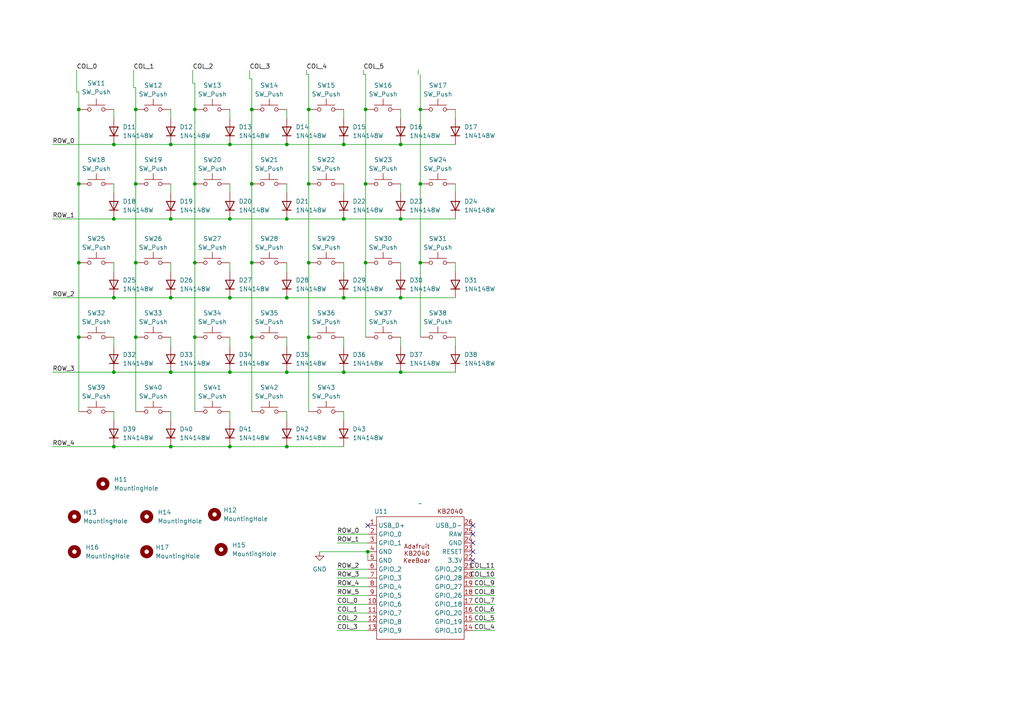
<source format=kicad_sch>
(kicad_sch (version 20231120) (generator "eeschema") (generator_version "8.0")
  (paper "A4")
  (title_block (title "Staggered Ortholinear (29 +1) x 2 Keys Split Keyboard") (rev "1.0") (company "125 Systems") (comment 1 "Designer: Neeraj Adsul"))
  (lib_symbols
    (symbol "Adafruit DevBoards:KB2040"
      (property "Reference" "U" (at -13.208 2.286 0))
      (symbol "KB2040_0_0"
        (pin bidirectional line (at -16.51 -1.27 0) (length 2.54) (name "USB_D+") (number "1"))
        (pin bidirectional line (at -16.51 -24.13 0) (length 2.54) (name "GPIO_6") (number "10"))
        (pin bidirectional line (at -16.51 -26.67 0) (length 2.54) (name "GPIO_7") (number "11"))
        (pin bidirectional line (at -16.51 -29.21 0) (length 2.54) (name "GPIO_8") (number "12"))
        (pin bidirectional line (at -16.51 -31.75 0) (length 2.54) (name "GPIO_9") (number "13"))
        (pin bidirectional line (at 13.97 -31.75 180) (length 2.54) (name "GPIO_10") (number "14"))
        (pin bidirectional line (at 13.97 -29.21 180) (length 2.54) (name "GPIO_19") (number "15"))
        (pin bidirectional line (at 13.97 -26.67 180) (length 2.54) (name "GPIO_20") (number "16"))
        (pin bidirectional line (at 13.97 -24.13 180) (length 2.54) (name "GPIO_18") (number "17"))
        (pin bidirectional line (at 13.97 -21.59 180) (length 2.54) (name "GPIO_26") (number "18"))
        (pin bidirectional line (at 13.97 -19.05 180) (length 2.54) (name "GPIO_27") (number "19"))
        (pin bidirectional line (at -16.51 -3.81 0) (length 2.54) (name "GPIO_0") (number "2"))
        (pin bidirectional line (at 13.97 -16.51 180) (length 2.54) (name "GPIO_28") (number "20"))
        (pin bidirectional line (at 13.97 -13.97 180) (length 2.54) (name "GPIO_29") (number "21"))
        (pin power_out line (at 13.97 -11.43 180) (length 2.54) (name "3.3V") (number "22"))
        (pin passive line (at 13.97 -8.89 180) (length 2.54) (name "RESET") (number "23"))
        (pin passive line (at 13.97 -6.35 180) (length 2.54) (name "GND") (number "24"))
        (pin power_out line (at 13.97 -3.81 180) (length 2.54) (name "RAW") (number "25"))
        (pin bidirectional line (at 13.97 -1.27 180) (length 2.54) (name "USB_D-") (number "26"))
        (pin bidirectional line (at -16.51 -6.35 0) (length 2.54) (name "GPIO_1") (number "3"))
        (pin passive line (at -16.51 -8.89 0) (length 2.54) (name "GND") (number "4"))
        (pin passive line (at -16.51 -11.43 0) (length 2.54) (name "GND") (number "5"))
        (pin bidirectional line (at -16.51 -13.97 0) (length 2.54) (name "GPIO_2") (number "6"))
        (pin bidirectional line (at -16.51 -16.51 0) (length 2.54) (name "GPIO_3") (number "7"))
        (pin bidirectional line (at -16.51 -19.05 0) (length 2.54) (name "GPIO_4") (number "8"))
        (pin bidirectional line (at -16.51 -21.59 0) (length 2.54) (name "GPIO_5") (number "9"))
      )
      (symbol "KB2040_0_1"
        (polyline (pts (xy -13.97 0) (xy -13.97 -34.29) (xy 11.43 -34.29) (xy 11.43 1.27) (xy -13.97 1.27) (xy -13.97 0)))
      )
      (symbol "KB2040_1_1"
        (text "Adafruit\nKB2040\nKeeBoar" (at -2.286 -9.398 0) (effects (font (size 1.27 1.27))))
        (text "KB2040" (at 7.366 2.794 0) (effects (font (size 1.27 1.27))))
      )
    )
    (symbol "Diode:1N4148W" (pin_numbers hide) (pin_names (offset 1.016) hide)
      (property "Reference" "D" (at 0 2.54 0))
      (property "Value" "1N4148W" (at 0 -2.54 0))
      (symbol "1N4148W_0_1"
        (polyline (pts (xy -1.27 1.27) (xy -1.27 -1.27)) (stroke (width 0.254)))
        (polyline (pts (xy 1.27 0) (xy -1.27 0)))
        (polyline (pts (xy 1.27 1.27) (xy 1.27 -1.27) (xy -1.27 0) (xy 1.27 1.27)) (stroke (width 0.254)))
      )
      (symbol "1N4148W_1_1"
        (pin passive line (at -3.81 0 0) (length 2.54) (name "K") (number "1"))
        (pin passive line (at 3.81 0 180) (length 2.54) (name "A") (number "2"))
      )
    )
    (symbol "Mechanical:MountingHole" (pin_names (offset 1.016))
      (property "Reference" "H" (at 0 5.08 0))
      (property "Value" "MountingHole" (at 0 3.175 0))
      (symbol "MountingHole_0_1"
        (circle (center 0 0) (radius 1.27) (stroke (width 1.27)))
      )
    )
    (symbol "Switch:SW_Push" (pin_numbers hide) (pin_names (offset 1.016) hide)
      (property "Reference" "SW" (at 1.27 2.54 0))
      (property "Value" "SW_Push" (at 0 -1.524 0))
      (symbol "SW_Push_0_1"
        (circle (center -2.032 0) (radius 0.508))
        (polyline (pts (xy 0 1.27) (xy 0 3.048)))
        (polyline (pts (xy 2.54 1.27) (xy -2.54 1.27)))
        (circle (center 2.032 0) (radius 0.508))
        (pin passive line (at -5.08 0 0) (length 2.54) (name "1") (number "1"))
        (pin passive line (at 5.08 0 180) (length 2.54) (name "2") (number "2"))
      )
    )
    (symbol "power:GND" (power) (pin_numbers hide) (pin_names (offset 0) hide)
      (property "Value" "GND" (at 0 -3.81 0))
      (symbol "GND_0_1"
        (polyline (pts (xy 0 0) (xy 0 -1.27) (xy 1.27 -1.27) (xy 0 -2.54) (xy -1.27 -1.27) (xy 0 -1.27)))
      )
      (symbol "GND_1_1"
        (pin power_in line (at 0 0 270) (length 0) (name "~") (number "1"))
      )
    )
  )
  (junction (at 22.86 76.2))
  (junction (at 56.515 53.34))
  (junction (at 22.86 53.34))
  (junction (at 89.535 97.79))
  (junction (at 99.695 86.36))
  (junction (at 33.02 63.5))
  (junction (at 106.68 160.02))
  (junction (at 33.02 129.54))
  (junction (at 121.92 53.34))
  (junction (at 99.695 107.95))
  (junction (at 66.675 86.36))
  (junction (at 83.185 86.36))
  (junction (at 83.185 41.91))
  (junction (at 33.02 41.91))
  (junction (at 56.515 97.79))
  (junction (at 49.53 107.95))
  (junction (at 99.695 41.91))
  (junction (at 116.205 63.5))
  (junction (at 39.37 97.79))
  (junction (at 56.515 76.2))
  (junction (at 39.37 53.34))
  (junction (at 89.535 53.34))
  (junction (at 83.185 63.5))
  (junction (at 56.515 31.75))
  (junction (at 22.86 97.79))
  (junction (at 22.86 31.75))
  (junction (at 83.185 129.54))
  (junction (at 49.53 129.54))
  (junction (at 49.53 63.5))
  (junction (at 73.025 76.2))
  (junction (at 116.205 41.91))
  (junction (at 49.53 41.91))
  (junction (at 106.045 31.75))
  (junction (at 66.675 107.95))
  (junction (at 66.675 129.54))
  (junction (at 83.185 107.95))
  (junction (at 116.205 86.36))
  (junction (at 106.045 53.34))
  (junction (at 89.535 76.2))
  (junction (at 73.025 53.34))
  (junction (at 39.37 31.75))
  (junction (at 99.695 63.5))
  (junction (at 49.53 86.36))
  (junction (at 89.535 31.75))
  (junction (at 66.675 63.5))
  (junction (at 106.045 76.2))
  (junction (at 66.675 41.91))
  (junction (at 121.92 31.75))
  (junction (at 33.02 107.95))
  (junction (at 116.205 107.95))
  (junction (at 73.025 97.79))
  (junction (at 39.37 76.2))
  (junction (at 33.02 86.36))
  (junction (at 121.92 76.2))
  (junction (at 73.025 31.75))
  (no_connect (at 137.16 160.02))
  (no_connect (at 137.16 152.4))
  (no_connect (at 106.68 152.4))
  (no_connect (at 137.16 162.56))
  (no_connect (at 137.16 157.48))
  (no_connect (at 137.16 154.94))
  (wire (pts (xy 116.205 86.36) (xy 132.08 86.36)))
  (wire (pts (xy 83.185 119.38) (xy 83.185 121.92)))
  (wire (pts (xy 97.79 157.48) (xy 106.68 157.48)))
  (wire (pts (xy 22.86 31.75) (xy 22.86 53.34)))
  (wire (pts (xy 73.025 22.86) (xy 73.025 31.75)))
  (wire (pts (xy 72.39 20.32) (xy 72.39 22.86)))
  (wire (pts (xy 49.53 129.54) (xy 66.675 129.54)))
  (wire (pts (xy 137.16 175.26) (xy 143.51 175.26)))
  (wire (pts (xy 49.53 76.2) (xy 49.53 78.74)))
  (wire (pts (xy 66.675 63.5) (xy 83.185 63.5)))
  (wire (pts (xy 73.025 97.79) (xy 73.025 119.38)))
  (wire (pts (xy 66.675 53.34) (xy 66.675 55.88)))
  (wire (pts (xy 49.53 97.79) (xy 49.53 100.33)))
  (wire (pts (xy 106.68 160.02) (xy 106.68 162.56)))
  (wire (pts (xy 49.53 107.95) (xy 66.675 107.95)))
  (wire (pts (xy 33.02 107.95) (xy 49.53 107.95)))
  (wire (pts (xy 97.79 182.88) (xy 106.68 182.88)))
  (wire (pts (xy 56.515 76.2) (xy 56.515 97.79)))
  (wire (pts (xy 116.205 107.95) (xy 132.08 107.95)))
  (wire (pts (xy 39.37 31.75) (xy 39.37 53.34)))
  (wire (pts (xy 49.53 86.36) (xy 66.675 86.36)))
  (wire (pts (xy 99.695 86.36) (xy 116.205 86.36)))
  (wire (pts (xy 22.225 26.67) (xy 22.86 26.67)))
  (wire (pts (xy 137.16 172.72) (xy 143.51 172.72)))
  (wire (pts (xy 105.41 21.59) (xy 106.045 21.59)))
  (wire (pts (xy 132.08 31.75) (xy 132.08 34.29)))
  (wire (pts (xy 97.79 172.72) (xy 106.68 172.72)))
  (wire (pts (xy 33.02 86.36) (xy 49.53 86.36)))
  (wire (pts (xy 132.08 97.79) (xy 132.08 100.33)))
  (wire (pts (xy 105.41 20.32) (xy 105.41 21.59)))
  (wire (pts (xy 56.515 97.79) (xy 56.515 119.38)))
  (wire (pts (xy 83.185 41.91) (xy 99.695 41.91)))
  (wire (pts (xy 116.205 97.79) (xy 116.205 100.33)))
  (wire (pts (xy 49.53 63.5) (xy 66.675 63.5)))
  (wire (pts (xy 97.79 177.8) (xy 106.68 177.8)))
  (wire (pts (xy 15.24 129.54) (xy 33.02 129.54)))
  (wire (pts (xy 97.79 165.1) (xy 106.68 165.1)))
  (wire (pts (xy 38.735 25.4) (xy 39.37 25.4)))
  (wire (pts (xy 55.88 20.32) (xy 55.88 24.13)))
  (wire (pts (xy 99.695 119.38) (xy 99.695 121.92)))
  (wire (pts (xy 121.92 76.2) (xy 121.92 97.79)))
  (wire (pts (xy 106.045 76.2) (xy 106.045 97.79)))
  (wire (pts (xy 15.24 86.36) (xy 33.02 86.36)))
  (wire (pts (xy 73.025 76.2) (xy 73.025 97.79)))
  (wire (pts (xy 66.675 86.36) (xy 83.185 86.36)))
  (wire (pts (xy 121.285 20.32) (xy 121.285 21.59)))
  (wire (pts (xy 49.53 53.34) (xy 49.53 55.88)))
  (wire (pts (xy 66.675 119.38) (xy 66.675 121.92)))
  (wire (pts (xy 33.02 97.79) (xy 33.02 100.33)))
  (wire (pts (xy 116.205 31.75) (xy 116.205 34.29)))
  (wire (pts (xy 33.02 31.75) (xy 33.02 34.29)))
  (wire (pts (xy 97.79 170.18) (xy 106.68 170.18)))
  (wire (pts (xy 33.02 119.38) (xy 33.02 121.92)))
  (wire (pts (xy 106.045 53.34) (xy 106.045 76.2)))
  (wire (pts (xy 33.02 76.2) (xy 33.02 78.74)))
  (wire (pts (xy 22.225 20.32) (xy 22.225 26.67)))
  (wire (pts (xy 66.675 97.79) (xy 66.675 100.33)))
  (wire (pts (xy 88.9 20.32) (xy 88.9 21.59)))
  (wire (pts (xy 56.515 53.34) (xy 56.515 76.2)))
  (wire (pts (xy 121.92 21.59) (xy 121.92 31.75)))
  (wire (pts (xy 83.185 53.34) (xy 83.185 55.88)))
  (wire (pts (xy 92.71 160.02) (xy 106.68 160.02)))
  (wire (pts (xy 22.86 76.2) (xy 22.86 97.79)))
  (wire (pts (xy 106.045 31.75) (xy 106.045 53.34)))
  (wire (pts (xy 15.24 41.91) (xy 33.02 41.91)))
  (wire (pts (xy 72.39 22.86) (xy 73.025 22.86)))
  (wire (pts (xy 66.675 107.95) (xy 83.185 107.95)))
  (wire (pts (xy 22.86 26.67) (xy 22.86 31.75)))
  (wire (pts (xy 97.79 167.64) (xy 106.68 167.64)))
  (wire (pts (xy 66.675 41.91) (xy 83.185 41.91)))
  (wire (pts (xy 99.695 53.34) (xy 99.695 55.88)))
  (wire (pts (xy 33.02 63.5) (xy 49.53 63.5)))
  (wire (pts (xy 55.88 24.13) (xy 56.515 24.13)))
  (wire (pts (xy 83.185 76.2) (xy 83.185 78.74)))
  (wire (pts (xy 116.205 53.34) (xy 116.205 55.88)))
  (wire (pts (xy 83.185 31.75) (xy 83.185 34.29)))
  (wire (pts (xy 49.53 41.91) (xy 66.675 41.91)))
  (wire (pts (xy 137.16 177.8) (xy 143.51 177.8)))
  (wire (pts (xy 116.205 63.5) (xy 132.08 63.5)))
  (wire (pts (xy 83.185 63.5) (xy 99.695 63.5)))
  (wire (pts (xy 22.86 97.79) (xy 22.86 119.38)))
  (wire (pts (xy 106.045 21.59) (xy 106.045 31.75)))
  (wire (pts (xy 99.695 63.5) (xy 116.205 63.5)))
  (wire (pts (xy 89.535 97.79) (xy 89.535 119.38)))
  (wire (pts (xy 137.16 182.88) (xy 143.51 182.88)))
  (wire (pts (xy 39.37 97.79) (xy 39.37 119.38)))
  (wire (pts (xy 99.695 31.75) (xy 99.695 34.29)))
  (wire (pts (xy 38.735 20.32) (xy 38.735 25.4)))
  (wire (pts (xy 39.37 76.2) (xy 39.37 97.79)))
  (wire (pts (xy 33.02 129.54) (xy 49.53 129.54)))
  (wire (pts (xy 137.16 170.18) (xy 143.51 170.18)))
  (wire (pts (xy 49.53 31.75) (xy 49.53 34.29)))
  (wire (pts (xy 39.37 53.34) (xy 39.37 76.2)))
  (wire (pts (xy 89.535 53.34) (xy 89.535 76.2)))
  (wire (pts (xy 66.675 31.75) (xy 66.675 34.29)))
  (wire (pts (xy 121.92 53.34) (xy 121.92 76.2)))
  (wire (pts (xy 97.79 154.94) (xy 106.68 154.94)))
  (wire (pts (xy 137.16 167.64) (xy 143.51 167.64)))
  (wire (pts (xy 99.695 76.2) (xy 99.695 78.74)))
  (wire (pts (xy 49.53 119.38) (xy 49.53 121.92)))
  (wire (pts (xy 83.185 97.79) (xy 83.185 100.33)))
  (wire (pts (xy 83.185 129.54) (xy 99.695 129.54)))
  (wire (pts (xy 15.24 107.95) (xy 33.02 107.95)))
  (wire (pts (xy 56.515 24.13) (xy 56.515 31.75)))
  (wire (pts (xy 137.16 165.1) (xy 143.51 165.1)))
  (wire (pts (xy 39.37 25.4) (xy 39.37 31.75)))
  (wire (pts (xy 116.205 41.91) (xy 132.08 41.91)))
  (wire (pts (xy 99.695 107.95) (xy 116.205 107.95)))
  (wire (pts (xy 33.02 41.91) (xy 49.53 41.91)))
  (wire (pts (xy 99.695 97.79) (xy 99.695 100.33)))
  (wire (pts (xy 132.08 76.2) (xy 132.08 78.74)))
  (wire (pts (xy 66.675 129.54) (xy 83.185 129.54)))
  (wire (pts (xy 116.205 76.2) (xy 116.205 78.74)))
  (wire (pts (xy 132.08 53.34) (xy 132.08 55.88)))
  (wire (pts (xy 22.86 53.34) (xy 22.86 76.2)))
  (wire (pts (xy 89.535 21.59) (xy 89.535 31.75)))
  (wire (pts (xy 89.535 31.75) (xy 89.535 53.34)))
  (wire (pts (xy 137.16 180.34) (xy 143.51 180.34)))
  (wire (pts (xy 97.79 180.34) (xy 106.68 180.34)))
  (wire (pts (xy 99.695 41.91) (xy 116.205 41.91)))
  (wire (pts (xy 121.92 31.75) (xy 121.92 53.34)))
  (wire (pts (xy 83.185 107.95) (xy 99.695 107.95)))
  (wire (pts (xy 89.535 76.2) (xy 89.535 97.79)))
  (wire (pts (xy 66.675 76.2) (xy 66.675 78.74)))
  (wire (pts (xy 83.185 86.36) (xy 99.695 86.36)))
  (wire (pts (xy 97.79 175.26) (xy 106.68 175.26)))
  (wire (pts (xy 33.02 53.34) (xy 33.02 55.88)))
  (wire (pts (xy 88.9 21.59) (xy 89.535 21.59)))
  (wire (pts (xy 73.025 31.75) (xy 73.025 53.34)))
  (wire (pts (xy 15.24 63.5) (xy 33.02 63.5)))
  (wire (pts (xy 73.025 53.34) (xy 73.025 76.2)))
  (wire (pts (xy 56.515 31.75) (xy 56.515 53.34)))
  (label "ROW_3" (at 15.24 107.95 0))
  (label "COL_1" (at 97.79 177.8 0))
  (label "COL_9" (at 143.51 170.18 180))
  (label "COL_2" (at 55.88 20.32 0))
  (label "COL_7" (at 143.51 175.26 180))
  (label "COL_0" (at 97.79 175.26 0))
  (label "COL_2" (at 97.79 180.34 0))
  (label "COL_5" (at 143.51 180.34 180))
  (label "COL_4" (at 88.9 20.32 0))
  (label "ROW_4" (at 15.24 129.54 0))
  (label "COL_1" (at 38.735 20.32 0))
  (label "ROW_4" (at 97.79 170.18 0))
  (label "ROW_2" (at 15.24 86.36 0))
  (label "COL_6" (at 143.51 177.8 180))
  (label "COL_5" (at 105.41 20.32 0))
  (label "COL_3" (at 97.79 182.88 0))
  (label "COL_0" (at 22.225 20.32 0))
  (label "ROW_1" (at 15.24 63.5 0))
  (label "COL_10" (at 143.51 167.64 180))
  (label "ROW_1" (at 97.79 157.48 0))
  (label "ROW_0" (at 97.79 154.94 0))
  (label "ROW_0" (at 15.24 41.91 0))
  (label "COL_8" (at 143.51 172.72 180))
  (label "COL_3" (at 72.39 20.32 0))
  (label "ROW_5" (at 97.79 172.72 0))
  (label "ROW_2" (at 97.79 165.1 0))
  (label "COL_11" (at 143.51 165.1 180))
  (label "ROW_3" (at 97.79 167.64 0))
  (label "COL_4" (at 143.51 182.88 180))
  (symbol (lib_id "Diode:1N4148W") (at 66.675 125.73 90) (unit 1)
    (property "Reference" "D41" (at 69.215 124.4599 90) (effects (justify right)))
    (property "Value" "1N4148W" (at 69.215 126.9999 90) (effects (justify right)))
    (property "Footprint" "Diode_SMD:D_SOD-123" (effects (hide yes)))
    (property "Datasheet" "https://www.vishay.com/docs/85748/1n4148w.pdf" (effects (hide yes)))
  )
  (symbol (lib_id "Diode:1N4148W") (at 33.02 104.14 90) (unit 1)
    (property "Reference" "D32" (at 35.56 102.8699 90) (effects (justify right)))
    (property "Value" "1N4148W" (at 35.56 105.4099 90) (effects (justify right)))
    (property "Footprint" "Diode_SMD:D_SOD-123" (effects (hide yes)))
    (property "Datasheet" "https://www.vishay.com/docs/85748/1n4148w.pdf" (effects (hide yes)))
  )
  (symbol (lib_id "Switch:SW_Push") (at 61.595 31.75 0) (unit 1)
    (property "Reference" "SW13" (at 61.595 24.765 0))
    (property "Value" "SW_Push" (at 61.595 27.305 0))
    (property "Footprint" "Kailh Keyboard Switches:SW_Kailh_Choc_V1V2_1.00u" (effects (hide yes)))
  )
  (symbol (lib_id "Switch:SW_Push") (at 27.94 31.75 0) (unit 1)
    (property "Reference" "SW11" (at 27.94 24.13 0))
    (property "Value" "SW_Push" (at 27.94 26.67 0))
    (property "Footprint" "Kailh Keyboard Switches:SW_Kailh_Choc_V1V2_1.50u" (effects (hide yes)))
  )
  (symbol (lib_id "Diode:1N4148W") (at 132.08 104.14 90) (unit 1)
    (property "Reference" "D38" (at 134.62 102.8699 90) (effects (justify right)))
    (property "Value" "1N4148W" (at 134.62 105.4099 90) (effects (justify right)))
    (property "Footprint" "Diode_SMD:D_SOD-123" (effects (hide yes)))
    (property "Datasheet" "https://www.vishay.com/docs/85748/1n4148w.pdf" (effects (hide yes)))
  )
  (symbol (lib_id "Switch:SW_Push") (at 111.125 97.79 0) (unit 1)
    (property "Reference" "SW37" (at 111.125 90.805 0))
    (property "Value" "SW_Push" (at 111.125 93.345 0))
    (property "Footprint" "Kailh Keyboard Switches:SW_Kailh_Choc_V1V2_1.00u" (effects (hide yes)))
  )
  (symbol (lib_id "Diode:1N4148W") (at 99.695 38.1 90) (unit 1)
    (property "Reference" "D15" (at 102.235 36.8299 90) (effects (justify right)))
    (property "Value" "1N4148W" (at 102.235 39.3699 90) (effects (justify right)))
    (property "Footprint" "Diode_SMD:D_SOD-123" (effects (hide yes)))
    (property "Datasheet" "https://www.vishay.com/docs/85748/1n4148w.pdf" (effects (hide yes)))
  )
  (symbol (lib_id "Diode:1N4148W") (at 116.205 82.55 90) (unit 1)
    (property "Reference" "D30" (at 118.745 81.2799 90) (effects (justify right)))
    (property "Value" "1N4148W" (at 118.745 83.8199 90) (effects (justify right)))
    (property "Footprint" "Diode_SMD:D_SOD-123" (effects (hide yes)))
    (property "Datasheet" "https://www.vishay.com/docs/85748/1n4148w.pdf" (effects (hide yes)))
  )
  (symbol (lib_id "Switch:SW_Push") (at 27.94 53.34 0) (unit 1)
    (property "Reference" "SW18" (at 27.94 46.355 0))
    (property "Value" "SW_Push" (at 27.94 48.895 0))
    (property "Footprint" "Kailh Keyboard Switches:SW_Kailh_Choc_V1V2_1.50u" (effects (hide yes)))
  )
  (symbol (lib_id "Switch:SW_Push") (at 27.94 76.2 0) (unit 1)
    (property "Reference" "SW25" (at 27.94 69.215 0))
    (property "Value" "SW_Push" (at 27.94 71.755 0))
    (property "Footprint" "Kailh Keyboard Switches:SW_Kailh_Choc_V1V2_1.50u" (effects (hide yes)))
  )
  (symbol (lib_id "Mechanical:MountingHole") (at 64.135 159.385 0) (unit 1)
    (property "Reference" "H15" (at 67.31 158.1149 0) (effects (justify left)))
    (property "Value" "MountingHole" (at 67.31 160.6549 0) (effects (justify left)))
    (property "Footprint" "MountingHole:MountingHole_3.2mm_M3" (effects (hide yes)))
  )
  (symbol (lib_id "Switch:SW_Push") (at 78.105 119.38 0) (unit 1)
    (property "Reference" "SW42" (at 78.105 112.395 0))
    (property "Value" "SW_Push" (at 78.105 114.935 0))
    (property "Footprint" "Kailh Keyboard Switches:SW_Kailh_Choc_V1V2_1.00u" (effects (hide yes)))
  )
  (symbol (lib_id "Diode:1N4148W") (at 49.53 104.14 90) (unit 1)
    (property "Reference" "D33" (at 52.07 102.8699 90) (effects (justify right)))
    (property "Value" "1N4148W" (at 52.07 105.4099 90) (effects (justify right)))
    (property "Footprint" "Diode_SMD:D_SOD-123" (effects (hide yes)))
    (property "Datasheet" "https://www.vishay.com/docs/85748/1n4148w.pdf" (effects (hide yes)))
  )
  (symbol (lib_id "Diode:1N4148W") (at 99.695 59.69 90) (unit 1)
    (property "Reference" "D22" (at 102.235 58.4199 90) (effects (justify right)))
    (property "Value" "1N4148W" (at 102.235 60.9599 90) (effects (justify right)))
    (property "Footprint" "Diode_SMD:D_SOD-123" (effects (hide yes)))
    (property "Datasheet" "https://www.vishay.com/docs/85748/1n4148w.pdf" (effects (hide yes)))
  )
  (symbol (lib_id "Switch:SW_Push") (at 61.595 76.2 0) (unit 1)
    (property "Reference" "SW27" (at 61.595 69.215 0))
    (property "Value" "SW_Push" (at 61.595 71.755 0))
    (property "Footprint" "Kailh Keyboard Switches:SW_Kailh_Choc_V1V2_1.00u" (effects (hide yes)))
  )
  (symbol (lib_id "Diode:1N4148W") (at 33.02 82.55 90) (unit 1)
    (property "Reference" "D25" (at 35.56 81.2799 90) (effects (justify right)))
    (property "Value" "1N4148W" (at 35.56 83.8199 90) (effects (justify right)))
    (property "Footprint" "Diode_SMD:D_SOD-123" (effects (hide yes)))
    (property "Datasheet" "https://www.vishay.com/docs/85748/1n4148w.pdf" (effects (hide yes)))
  )
  (symbol (lib_id "Diode:1N4148W") (at 116.205 59.69 90) (unit 1)
    (property "Reference" "D23" (at 118.745 58.4199 90) (effects (justify right)))
    (property "Value" "1N4148W" (at 118.745 60.9599 90) (effects (justify right)))
    (property "Footprint" "Diode_SMD:D_SOD-123" (effects (hide yes)))
    (property "Datasheet" "https://www.vishay.com/docs/85748/1n4148w.pdf" (effects (hide yes)))
  )
  (symbol (lib_id "Diode:1N4148W") (at 83.185 82.55 90) (unit 1)
    (property "Reference" "D28" (at 85.725 81.2799 90) (effects (justify right)))
    (property "Value" "1N4148W" (at 85.725 83.8199 90) (effects (justify right)))
    (property "Footprint" "Diode_SMD:D_SOD-123" (effects (hide yes)))
    (property "Datasheet" "https://www.vishay.com/docs/85748/1n4148w.pdf" (effects (hide yes)))
  )
  (symbol (lib_id "Diode:1N4148W") (at 99.695 104.14 90) (unit 1)
    (property "Reference" "D36" (at 102.235 102.8699 90) (effects (justify right)))
    (property "Value" "1N4148W" (at 102.235 105.4099 90) (effects (justify right)))
    (property "Footprint" "Diode_SMD:D_SOD-123" (effects (hide yes)))
    (property "Datasheet" "https://www.vishay.com/docs/85748/1n4148w.pdf" (effects (hide yes)))
  )
  (symbol (lib_id "Diode:1N4148W") (at 66.675 82.55 90) (unit 1)
    (property "Reference" "D27" (at 69.215 81.2799 90) (effects (justify right)))
    (property "Value" "1N4148W" (at 69.215 83.8199 90) (effects (justify right)))
    (property "Footprint" "Diode_SMD:D_SOD-123" (effects (hide yes)))
    (property "Datasheet" "https://www.vishay.com/docs/85748/1n4148w.pdf" (effects (hide yes)))
  )
  (symbol (lib_id "Switch:SW_Push") (at 111.125 53.34 0) (unit 1)
    (property "Reference" "SW23" (at 111.125 46.355 0))
    (property "Value" "SW_Push" (at 111.125 48.895 0))
    (property "Footprint" "Kailh Keyboard Switches:SW_Kailh_Choc_V1V2_1.00u" (effects (hide yes)))
  )
  (symbol (lib_id "Diode:1N4148W") (at 66.675 59.69 90) (unit 1)
    (property "Reference" "D20" (at 69.215 58.4199 90) (effects (justify right)))
    (property "Value" "1N4148W" (at 69.215 60.9599 90) (effects (justify right)))
    (property "Footprint" "Diode_SMD:D_SOD-123" (effects (hide yes)))
    (property "Datasheet" "https://www.vishay.com/docs/85748/1n4148w.pdf" (effects (hide yes)))
  )
  (symbol (lib_id "Diode:1N4148W") (at 116.205 38.1 90) (unit 1)
    (property "Reference" "D16" (at 118.745 36.8299 90) (effects (justify right)))
    (property "Value" "1N4148W" (at 118.745 39.3699 90) (effects (justify right)))
    (property "Footprint" "Diode_SMD:D_SOD-123" (effects (hide yes)))
    (property "Datasheet" "https://www.vishay.com/docs/85748/1n4148w.pdf" (effects (hide yes)))
  )
  (symbol (lib_id "Diode:1N4148W") (at 33.02 125.73 90) (unit 1)
    (property "Reference" "D39" (at 35.56 124.4599 90) (effects (justify right)))
    (property "Value" "1N4148W" (at 35.56 126.9999 90) (effects (justify right)))
    (property "Footprint" "Diode_SMD:D_SOD-123" (effects (hide yes)))
    (property "Datasheet" "https://www.vishay.com/docs/85748/1n4148w.pdf" (effects (hide yes)))
  )
  (symbol (lib_id "Switch:SW_Push") (at 127 97.79 0) (unit 1)
    (property "Reference" "SW38" (at 127 90.805 0))
    (property "Value" "SW_Push" (at 127 93.345 0))
    (property "Footprint" "Kailh Keyboard Switches:SW_Kailh_Choc_V1V2_1.00u" (effects (hide yes)))
  )
  (symbol (lib_id "Switch:SW_Push") (at 127 53.34 0) (unit 1)
    (property "Reference" "SW24" (at 127 46.355 0))
    (property "Value" "SW_Push" (at 127 48.895 0))
    (property "Footprint" "Kailh Keyboard Switches:SW_Kailh_Choc_V1V2_1.00u" (effects (hide yes)))
  )
  (symbol (lib_id "Diode:1N4148W") (at 132.08 59.69 90) (unit 1)
    (property "Reference" "D24" (at 134.62 58.4199 90) (effects (justify right)))
    (property "Value" "1N4148W" (at 134.62 60.9599 90) (effects (justify right)))
    (property "Footprint" "Diode_SMD:D_SOD-123" (effects (hide yes)))
    (property "Datasheet" "https://www.vishay.com/docs/85748/1n4148w.pdf" (effects (hide yes)))
  )
  (symbol (lib_id "Diode:1N4148W") (at 99.695 125.73 90) (unit 1)
    (property "Reference" "D43" (at 102.235 124.4599 90) (effects (justify right)))
    (property "Value" "1N4148W" (at 102.235 126.9999 90) (effects (justify right)))
    (property "Footprint" "Diode_SMD:D_SOD-123" (effects (hide yes)))
    (property "Datasheet" "https://www.vishay.com/docs/85748/1n4148w.pdf" (effects (hide yes)))
  )
  (symbol (lib_id "Mechanical:MountingHole") (at 42.545 149.86 0) (unit 1)
    (property "Reference" "H14" (at 45.72 148.5899 0) (effects (justify left)))
    (property "Value" "MountingHole" (at 45.72 151.1299 0) (effects (justify left)))
    (property "Footprint" "MountingHole:MountingHole_3.2mm_M3" (effects (hide yes)))
  )
  (symbol (lib_id "Switch:SW_Push") (at 78.105 53.34 0) (unit 1)
    (property "Reference" "SW21" (at 78.105 46.355 0))
    (property "Value" "SW_Push" (at 78.105 48.895 0))
    (property "Footprint" "Kailh Keyboard Switches:SW_Kailh_Choc_V1V2_1.00u" (effects (hide yes)))
  )
  (symbol (lib_id "Switch:SW_Push") (at 111.125 31.75 0) (unit 1)
    (property "Reference" "SW16" (at 111.125 24.765 0))
    (property "Value" "SW_Push" (at 111.125 27.305 0))
    (property "Footprint" "Kailh Keyboard Switches:SW_Kailh_Choc_V1V2_1.00u" (effects (hide yes)))
  )
  (symbol (lib_id "Diode:1N4148W") (at 49.53 125.73 90) (unit 1)
    (property "Reference" "D40" (at 52.07 124.4599 90) (effects (justify right)))
    (property "Value" "1N4148W" (at 52.07 126.9999 90) (effects (justify right)))
    (property "Footprint" "Diode_SMD:D_SOD-123" (effects (hide yes)))
    (property "Datasheet" "https://www.vishay.com/docs/85748/1n4148w.pdf" (effects (hide yes)))
  )
  (symbol (lib_id "Diode:1N4148W") (at 132.08 38.1 90) (unit 1)
    (property "Reference" "D17" (at 134.62 36.8299 90) (effects (justify right)))
    (property "Value" "1N4148W" (at 134.62 39.3699 90) (effects (justify right)))
    (property "Footprint" "Diode_SMD:D_SOD-123" (effects (hide yes)))
    (property "Datasheet" "https://www.vishay.com/docs/85748/1n4148w.pdf" (effects (hide yes)))
  )
  (symbol (lib_id "Mechanical:MountingHole") (at 21.59 149.86 0) (unit 1)
    (property "Reference" "H13" (at 24.13 148.5899 0) (effects (justify left)))
    (property "Value" "MountingHole" (at 24.13 151.1299 0) (effects (justify left)))
    (property "Footprint" "MountingHole:MountingHole_3.2mm_M3" (effects (hide yes)))
  )
  (symbol (lib_id "Switch:SW_Push") (at 44.45 31.75 0) (unit 1)
    (property "Reference" "SW12" (at 44.45 24.765 0))
    (property "Value" "SW_Push" (at 44.45 27.305 0))
    (property "Footprint" "Kailh Keyboard Switches:SW_Kailh_Choc_V1V2_1.00u" (effects (hide yes)))
  )
  (symbol (lib_id "Diode:1N4148W") (at 132.08 82.55 90) (unit 1)
    (property "Reference" "D31" (at 134.62 81.2799 90) (effects (justify right)))
    (property "Value" "1N4148W" (at 134.62 83.8199 90) (effects (justify right)))
    (property "Footprint" "Diode_SMD:D_SOD-123" (effects (hide yes)))
    (property "Datasheet" "https://www.vishay.com/docs/85748/1n4148w.pdf" (effects (hide yes)))
  )
  (symbol (lib_id "Diode:1N4148W") (at 83.185 59.69 90) (unit 1)
    (property "Reference" "D21" (at 85.725 58.4199 90) (effects (justify right)))
    (property "Value" "1N4148W" (at 85.725 60.9599 90) (effects (justify right)))
    (property "Footprint" "Diode_SMD:D_SOD-123" (effects (hide yes)))
    (property "Datasheet" "https://www.vishay.com/docs/85748/1n4148w.pdf" (effects (hide yes)))
  )
  (symbol (lib_id "Switch:SW_Push") (at 94.615 76.2 0) (unit 1)
    (property "Reference" "SW29" (at 94.615 69.215 0))
    (property "Value" "SW_Push" (at 94.615 71.755 0))
    (property "Footprint" "Kailh Keyboard Switches:SW_Kailh_Choc_V1V2_1.00u" (effects (hide yes)))
  )
  (symbol (lib_id "Diode:1N4148W") (at 83.185 38.1 90) (unit 1)
    (property "Reference" "D14" (at 85.725 36.8299 90) (effects (justify right)))
    (property "Value" "1N4148W" (at 85.725 39.3699 90) (effects (justify right)))
    (property "Footprint" "Diode_SMD:D_SOD-123" (effects (hide yes)))
    (property "Datasheet" "https://www.vishay.com/docs/85748/1n4148w.pdf" (effects (hide yes)))
  )
  (symbol (lib_id "Adafruit DevBoards:KB2040") (at 123.19 151.13 0) (unit 1)
    (property "Reference" "U11" (at 110.49 148.336 0))
    (property "Value" "~" (at 121.92 146.05 0))
    (property "Footprint" "Adafruit_KB2040:KB2040" (effects (hide yes)))
  )
  (symbol (lib_id "Diode:1N4148W") (at 49.53 82.55 90) (unit 1)
    (property "Reference" "D26" (at 52.07 81.2799 90) (effects (justify right)))
    (property "Value" "1N4148W" (at 52.07 83.8199 90) (effects (justify right)))
    (property "Footprint" "Diode_SMD:D_SOD-123" (effects (hide yes)))
    (property "Datasheet" "https://www.vishay.com/docs/85748/1n4148w.pdf" (effects (hide yes)))
  )
  (symbol (lib_id "Switch:SW_Push") (at 78.105 76.2 0) (unit 1)
    (property "Reference" "SW28" (at 78.105 69.215 0))
    (property "Value" "SW_Push" (at 78.105 71.755 0))
    (property "Footprint" "Kailh Keyboard Switches:SW_Kailh_Choc_V1V2_1.00u" (effects (hide yes)))
  )
  (symbol (lib_id "Switch:SW_Push") (at 127 31.75 0) (unit 1)
    (property "Reference" "SW17" (at 127 24.765 0))
    (property "Value" "SW_Push" (at 127 27.305 0))
    (property "Footprint" "Kailh Keyboard Switches:SW_Kailh_Choc_V1V2_1.00u" (effects (hide yes)))
  )
  (symbol (lib_id "Switch:SW_Push") (at 44.45 53.34 0) (unit 1)
    (property "Reference" "SW19" (at 44.45 46.355 0))
    (property "Value" "SW_Push" (at 44.45 48.895 0))
    (property "Footprint" "Kailh Keyboard Switches:SW_Kailh_Choc_V1V2_1.00u" (effects (hide yes)))
  )
  (symbol (lib_id "Switch:SW_Push") (at 127 76.2 0) (unit 1)
    (property "Reference" "SW31" (at 127 69.215 0))
    (property "Value" "SW_Push" (at 127 71.755 0))
    (property "Footprint" "Kailh Keyboard Switches:SW_Kailh_Choc_V1V2_1.00u" (effects (hide yes)))
  )
  (symbol (lib_id "Switch:SW_Push") (at 78.105 97.79 0) (unit 1)
    (property "Reference" "SW35" (at 78.105 90.805 0))
    (property "Value" "SW_Push" (at 78.105 93.345 0))
    (property "Footprint" "Kailh Keyboard Switches:SW_Kailh_Choc_V1V2_1.00u" (effects (hide yes)))
  )
  (symbol (lib_id "Switch:SW_Push") (at 94.615 53.34 0) (unit 1)
    (property "Reference" "SW22" (at 94.615 46.355 0))
    (property "Value" "SW_Push" (at 94.615 48.895 0))
    (property "Footprint" "Kailh Keyboard Switches:SW_Kailh_Choc_V1V2_1.00u" (effects (hide yes)))
  )
  (symbol (lib_id "Switch:SW_Push") (at 111.125 76.2 0) (unit 1)
    (property "Reference" "SW30" (at 111.125 69.215 0))
    (property "Value" "SW_Push" (at 111.125 71.755 0))
    (property "Footprint" "Kailh Keyboard Switches:SW_Kailh_Choc_V1V2_1.00u" (effects (hide yes)))
  )
  (symbol (lib_id "Switch:SW_Push") (at 94.615 119.38 0) (unit 1)
    (property "Reference" "SW43" (at 94.615 112.395 0))
    (property "Value" "SW_Push" (at 94.615 114.935 0))
    (property "Footprint" "Kailh Keyboard Switches:SW_Kailh_Choc_V1V2_1.00u" (effects (hide yes)))
  )
  (symbol (lib_id "Switch:SW_Push") (at 94.615 97.79 0) (unit 1)
    (property "Reference" "SW36" (at 94.615 90.805 0))
    (property "Value" "SW_Push" (at 94.615 93.345 0))
    (property "Footprint" "Kailh Keyboard Switches:SW_Kailh_Choc_V1V2_1.00u" (effects (hide yes)))
  )
  (symbol (lib_id "Switch:SW_Push") (at 94.615 31.75 0) (unit 1)
    (property "Reference" "SW15" (at 94.615 24.765 0))
    (property "Value" "SW_Push" (at 94.615 27.305 0))
    (property "Footprint" "Kailh Keyboard Switches:SW_Kailh_Choc_V1V2_1.00u" (effects (hide yes)))
  )
  (symbol (lib_id "Switch:SW_Push") (at 27.94 119.38 0) (unit 1)
    (property "Reference" "SW39" (at 27.94 112.395 0))
    (property "Value" "SW_Push" (at 27.94 114.935 0))
    (property "Footprint" "Kailh Keyboard Switches:SW_Kailh_Choc_V1V2_1.00u" (effects (hide yes)))
  )
  (symbol (lib_id "Diode:1N4148W") (at 66.675 104.14 90) (unit 1)
    (property "Reference" "D34" (at 69.215 102.8699 90) (effects (justify right)))
    (property "Value" "1N4148W" (at 69.215 105.4099 90) (effects (justify right)))
    (property "Footprint" "Diode_SMD:D_SOD-123" (effects (hide yes)))
    (property "Datasheet" "https://www.vishay.com/docs/85748/1n4148w.pdf" (effects (hide yes)))
  )
  (symbol (lib_id "Diode:1N4148W") (at 83.185 125.73 90) (unit 1)
    (property "Reference" "D42" (at 85.725 124.4599 90) (effects (justify right)))
    (property "Value" "1N4148W" (at 85.725 126.9999 90) (effects (justify right)))
    (property "Footprint" "Diode_SMD:D_SOD-123" (effects (hide yes)))
    (property "Datasheet" "https://www.vishay.com/docs/85748/1n4148w.pdf" (effects (hide yes)))
  )
  (symbol (lib_id "Switch:SW_Push") (at 44.45 76.2 0) (unit 1)
    (property "Reference" "SW26" (at 44.45 69.215 0))
    (property "Value" "SW_Push" (at 44.45 71.755 0))
    (property "Footprint" "Kailh Keyboard Switches:SW_Kailh_Choc_V1V2_1.00u" (effects (hide yes)))
  )
  (symbol (lib_id "Switch:SW_Push") (at 44.45 97.79 0) (unit 1)
    (property "Reference" "SW33" (at 44.45 90.805 0))
    (property "Value" "SW_Push" (at 44.45 93.345 0))
    (property "Footprint" "Kailh Keyboard Switches:SW_Kailh_Choc_V1V2_1.00u" (effects (hide yes)))
  )
  (symbol (lib_id "Switch:SW_Push") (at 61.595 97.79 0) (unit 1)
    (property "Reference" "SW34" (at 61.595 90.805 0))
    (property "Value" "SW_Push" (at 61.595 93.345 0))
    (property "Footprint" "Kailh Keyboard Switches:SW_Kailh_Choc_V1V2_1.00u" (effects (hide yes)))
  )
  (symbol (lib_id "Mechanical:MountingHole") (at 29.845 140.335 0) (unit 1)
    (property "Reference" "H11" (at 33.02 139.0649 0) (effects (justify left)))
    (property "Value" "MountingHole" (at 33.02 141.6049 0) (effects (justify left)))
    (property "Footprint" "MountingHole:MountingHole_2.7mm_M2.5" (effects (hide yes)))
  )
  (symbol (lib_id "power:GND") (at 92.71 160.02 0) (unit 1)
    (property "Reference" "#PWR011" (effects (hide yes)))
    (property "Value" "GND" (at 92.71 165.1 0))
    (property "Description" "Power symbol creates a global label with name \"GND\" , ground" (effects (hide yes)))
  )
  (symbol (lib_id "Diode:1N4148W") (at 49.53 38.1 90) (unit 1)
    (property "Reference" "D12" (at 52.07 36.8299 90) (effects (justify right)))
    (property "Value" "1N4148W" (at 52.07 39.3699 90) (effects (justify right)))
    (property "Footprint" "Diode_SMD:D_SOD-123" (effects (hide yes)))
    (property "Datasheet" "https://www.vishay.com/docs/85748/1n4148w.pdf" (effects (hide yes)))
  )
  (symbol (lib_id "Switch:SW_Push") (at 27.94 97.79 0) (unit 1)
    (property "Reference" "SW32" (at 27.94 90.805 0))
    (property "Value" "SW_Push" (at 27.94 93.345 0))
    (property "Footprint" "Kailh Keyboard Switches:SW_Kailh_Choc_V1V2_1.50u" (effects (hide yes)))
  )
  (symbol (lib_id "Diode:1N4148W") (at 33.02 59.69 90) (unit 1)
    (property "Reference" "D18" (at 35.56 58.4199 90) (effects (justify right)))
    (property "Value" "1N4148W" (at 35.56 60.9599 90) (effects (justify right)))
    (property "Footprint" "Diode_SMD:D_SOD-123" (effects (hide yes)))
    (property "Datasheet" "https://www.vishay.com/docs/85748/1n4148w.pdf" (effects (hide yes)))
  )
  (symbol (lib_id "Diode:1N4148W") (at 83.185 104.14 90) (unit 1)
    (property "Reference" "D35" (at 85.725 102.8699 90) (effects (justify right)))
    (property "Value" "1N4148W" (at 85.725 105.4099 90) (effects (justify right)))
    (property "Footprint" "Diode_SMD:D_SOD-123" (effects (hide yes)))
    (property "Datasheet" "https://www.vishay.com/docs/85748/1n4148w.pdf" (effects (hide yes)))
  )
  (symbol (lib_id "Switch:SW_Push") (at 44.45 119.38 0) (unit 1)
    (property "Reference" "SW40" (at 44.45 112.395 0))
    (property "Value" "SW_Push" (at 44.45 114.935 0))
    (property "Footprint" "Kailh Keyboard Switches:SW_Kailh_Choc_V1V2_1.00u" (effects (hide yes)))
  )
  (symbol (lib_id "Mechanical:MountingHole") (at 42.545 160.02 0) (unit 1)
    (property "Reference" "H17" (at 45.085 158.7499 0) (effects (justify left)))
    (property "Value" "MountingHole" (at 45.085 161.2899 0) (effects (justify left)))
    (property "Footprint" "MountingHole:MountingHole_3.2mm_M3" (effects (hide yes)))
  )
  (symbol (lib_id "Mechanical:MountingHole") (at 62.23 149.225 0) (unit 1)
    (property "Reference" "H12" (at 64.77 147.9549 0) (effects (justify left)))
    (property "Value" "MountingHole" (at 64.77 150.4949 0) (effects (justify left)))
    (property "Footprint" "MountingHole:MountingHole_3.2mm_M3" (effects (hide yes)))
  )
  (symbol (lib_id "Switch:SW_Push") (at 61.595 53.34 0) (unit 1)
    (property "Reference" "SW20" (at 61.595 46.355 0))
    (property "Value" "SW_Push" (at 61.595 48.895 0))
    (property "Footprint" "Kailh Keyboard Switches:SW_Kailh_Choc_V1V2_1.00u" (effects (hide yes)))
  )
  (symbol (lib_id "Diode:1N4148W") (at 116.205 104.14 90) (unit 1)
    (property "Reference" "D37" (at 118.745 102.8699 90) (effects (justify right)))
    (property "Value" "1N4148W" (at 118.745 105.4099 90) (effects (justify right)))
    (property "Footprint" "Diode_SMD:D_SOD-123" (effects (hide yes)))
    (property "Datasheet" "https://www.vishay.com/docs/85748/1n4148w.pdf" (effects (hide yes)))
  )
  (symbol (lib_id "Diode:1N4148W") (at 33.02 38.1 90) (unit 1)
    (property "Reference" "D11" (at 35.56 36.8299 90) (effects (justify right)))
    (property "Value" "1N4148W" (at 35.56 39.3699 90) (effects (justify right)))
    (property "Footprint" "Diode_SMD:D_SOD-123" (effects (hide yes)))
    (property "Datasheet" "https://www.vishay.com/docs/85748/1n4148w.pdf" (effects (hide yes)))
  )
  (symbol (lib_id "Diode:1N4148W") (at 49.53 59.69 90) (unit 1)
    (property "Reference" "D19" (at 52.07 58.4199 90) (effects (justify right)))
    (property "Value" "1N4148W" (at 52.07 60.9599 90) (effects (justify right)))
    (property "Footprint" "Diode_SMD:D_SOD-123" (effects (hide yes)))
    (property "Datasheet" "https://www.vishay.com/docs/85748/1n4148w.pdf" (effects (hide yes)))
  )
  (symbol (lib_id "Switch:SW_Push") (at 78.105 31.75 0) (unit 1)
    (property "Reference" "SW14" (at 78.105 24.765 0))
    (property "Value" "SW_Push" (at 78.105 27.305 0))
    (property "Footprint" "Kailh Keyboard Switches:SW_Kailh_Choc_V1V2_1.00u" (effects (hide yes)))
  )
  (symbol (lib_id "Switch:SW_Push") (at 61.595 119.38 0) (unit 1)
    (property "Reference" "SW41" (at 61.595 112.395 0))
    (property "Value" "SW_Push" (at 61.595 114.935 0))
    (property "Footprint" "Kailh Keyboard Switches:SW_Kailh_Choc_V1V2_2.00u" (effects (hide yes)))
  )
  (symbol (lib_id "Diode:1N4148W") (at 66.675 38.1 90) (unit 1)
    (property "Reference" "D13" (at 69.215 36.8299 90) (effects (justify right)))
    (property "Value" "1N4148W" (at 69.215 39.3699 90) (effects (justify right)))
    (property "Footprint" "Diode_SMD:D_SOD-123" (effects (hide yes)))
    (property "Datasheet" "https://www.vishay.com/docs/85748/1n4148w.pdf" (effects (hide yes)))
  )
  (symbol (lib_id "Diode:1N4148W") (at 99.695 82.55 90) (unit 1)
    (property "Reference" "D29" (at 102.235 81.2799 90) (effects (justify right)))
    (property "Value" "1N4148W" (at 102.235 83.8199 90) (effects (justify right)))
    (property "Footprint" "Diode_SMD:D_SOD-123" (effects (hide yes)))
    (property "Datasheet" "https://www.vishay.com/docs/85748/1n4148w.pdf" (effects (hide yes)))
  )
  (symbol (lib_id "Mechanical:MountingHole") (at 21.59 160.02 0) (unit 1)
    (property "Reference" "H16" (at 24.765 158.7499 0) (effects (justify left)))
    (property "Value" "MountingHole" (at 24.765 161.2899 0) (effects (justify left)))
    (property "Footprint" "MountingHole:MountingHole_3.2mm_M3" (effects (hide yes)))
  )
)
</source>
